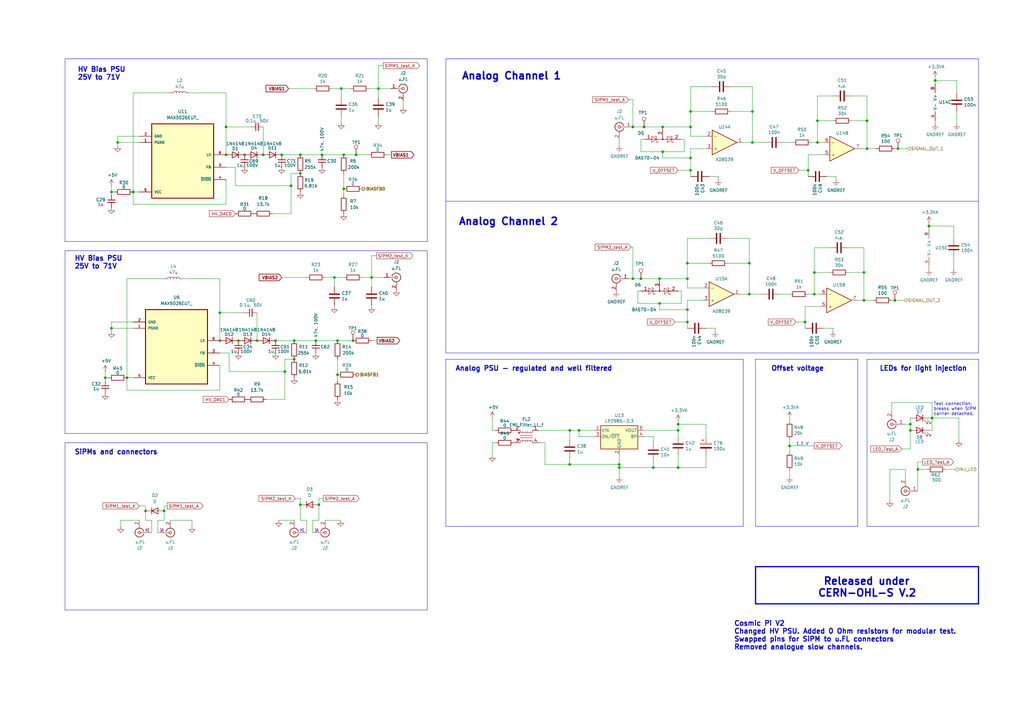
<source format=kicad_sch>
(kicad_sch (version 20230121) (generator eeschema)
  (paper "A3")
  (junction (at 54.61 78.74))
  (junction (at 281.94 127))
  (junction (at 307.34 107.95))
  (junction (at 116.84 152.4))
  (junction (at 146.05 63.5))
  (junction (at 271.78 62.23))
  (junction (at 262.89 114.3))
  (junction (at 281.94 107.95))
  (junction (at 152.4 113.792))
  (junction (at 271.78 52.07))
  (junction (at 367.03 123.19))
  (junction (at 130.81 207.01))
  (junction (at 355.6 49.53))
  (junction (at 283.21 69.85))
  (junction (at 123.19 71.12))
  (junction (at 97.79 139.7))
  (junction (at 368.3 60.96))
  (junction (at 138.43 139.7))
  (junction (at 107.95 63.5))
  (junction (at 373.38 176.53))
  (junction (at 155.194 36.322))
  (junction (at 383.54 33.02))
  (junction (at 354.33 111.76))
  (junction (at 120.65 147.32))
  (junction (at 59.69 209.55))
  (junction (at 254 191.77))
  (junction (at 308.61 58.42))
  (junction (at 278.13 173.99))
  (junction (at 90.17 139.7))
  (junction (at 139.954 36.322))
  (junction (at 105.41 139.7))
  (junction (at 115.57 63.5))
  (junction (at 354.33 123.19))
  (junction (at 283.21 52.07))
  (junction (at 137.16 113.792))
  (junction (at 45.72 134.62))
  (junction (at 382.27 171.45))
  (junction (at 283.21 45.72))
  (junction (at 278.13 191.77))
  (junction (at 307.34 120.65))
  (junction (at 45.72 78.74))
  (junction (at 129.54 139.7))
  (junction (at 144.78 139.7))
  (junction (at 123.19 207.01))
  (junction (at 52.07 154.94))
  (junction (at 376.428 192.532))
  (junction (at 283.21 64.77))
  (junction (at 132.08 63.5))
  (junction (at 278.13 176.53))
  (junction (at 334.01 111.76))
  (junction (at 233.68 176.53))
  (junction (at 381 92.71))
  (junction (at 334.01 120.65))
  (junction (at 331.47 69.85))
  (junction (at 335.28 49.53))
  (junction (at 90.17 128.27))
  (junction (at 270.51 124.46))
  (junction (at 281.94 132.08))
  (junction (at 92.71 52.07))
  (junction (at 259.588 114.3))
  (junction (at 92.71 63.5))
  (junction (at 281.94 114.3))
  (junction (at 233.68 190.5))
  (junction (at 138.43 153.67))
  (junction (at 48.26 58.42))
  (junction (at 67.31 209.55))
  (junction (at 140.97 63.5))
  (junction (at 123.19 63.5))
  (junction (at 355.6 60.96))
  (junction (at 270.51 114.3))
  (junction (at 335.28 58.42))
  (junction (at 373.38 173.99))
  (junction (at 119.38 76.2))
  (junction (at 120.65 139.7))
  (junction (at 308.61 45.72))
  (junction (at 100.33 63.5))
  (junction (at 323.85 182.88))
  (junction (at 140.97 77.47))
  (junction (at 113.03 139.7))
  (junction (at 43.18 154.94))
  (junction (at 254 190.5))
  (junction (at 267.97 191.77))
  (junction (at 237.49 176.53))
  (junction (at 259.588 52.07))
  (junction (at 264.16 52.07))
  (junction (at 330.2 132.08))
  (wire (pts (xy 257.81 114.3) (xy 259.588 114.3)))
  (wire (pts (xy 278.13 191.77) (xy 289.56 191.77)))
  (wire (pts (xy 123.19 204.47) (xy 123.19 207.01)))
  (wire (pts (xy 138.43 139.7) (xy 144.78 139.7)))
  (polyline (pts (xy 401.32 232.41) (xy 309.88 232.41)) (stroke (width 0.508) (type solid)))
  (wire (pts (xy 137.16 117.602) (xy 137.16 113.792)))
  (wire (pts (xy 223.52 181.61) (xy 223.52 190.5)))
  (wire (pts (xy 323.85 180.34) (xy 323.85 182.88)))
  (wire (pts (xy 139.954 40.132) (xy 139.954 36.322)))
  (wire (pts (xy 387.858 192.532) (xy 391.668 192.532)))
  (wire (pts (xy 45.72 76.2) (xy 45.72 78.74)))
  (wire (pts (xy 298.45 97.79) (xy 307.34 97.79)))
  (wire (pts (xy 152.4 113.792) (xy 152.4 117.602)))
  (wire (pts (xy 261.62 119.38) (xy 261.62 124.46)))
  (wire (pts (xy 281.94 132.08) (xy 281.94 134.62)))
  (wire (pts (xy 48.26 55.88) (xy 48.26 58.42)))
  (wire (pts (xy 140.97 71.12) (xy 140.97 77.47)))
  (wire (pts (xy 392.43 45.72) (xy 392.43 50.8)))
  (wire (pts (xy 381 171.45) (xy 382.27 171.45)))
  (wire (pts (xy 281.94 123.19) (xy 288.29 123.19)))
  (wire (pts (xy 259.08 52.07) (xy 259.588 52.07)))
  (wire (pts (xy 92.71 68.58) (xy 96.52 68.58)))
  (wire (pts (xy 279.4 124.46) (xy 279.4 119.38)))
  (wire (pts (xy 137.16 113.792) (xy 140.97 113.792)))
  (wire (pts (xy 267.97 189.23) (xy 267.97 191.77)))
  (wire (pts (xy 119.38 76.2) (xy 119.38 71.12)))
  (wire (pts (xy 334.01 111.76) (xy 340.36 111.76)))
  (wire (pts (xy 392.43 33.02) (xy 383.54 33.02)))
  (wire (pts (xy 115.57 63.5) (xy 123.19 63.5)))
  (wire (pts (xy 290.83 97.79) (xy 281.94 97.79)))
  (polyline (pts (xy 26.67 177.8) (xy 175.26 177.8)))
  (wire (pts (xy 281.94 127) (xy 281.94 123.19)))
  (wire (pts (xy 45.72 78.74) (xy 46.99 78.74)))
  (wire (pts (xy 158.75 63.5) (xy 160.528 63.5)))
  (wire (pts (xy 201.93 176.53) (xy 201.93 171.45)))
  (wire (pts (xy 270.51 127) (xy 281.94 127)))
  (wire (pts (xy 371.348 192.532) (xy 371.348 196.342)))
  (wire (pts (xy 243.84 176.53) (xy 237.49 176.53)))
  (wire (pts (xy 365.76 123.19) (xy 367.03 123.19)))
  (wire (pts (xy 347.98 111.76) (xy 354.33 111.76)))
  (wire (pts (xy 48.26 58.42) (xy 48.26 59.69)))
  (wire (pts (xy 382.27 176.53) (xy 382.27 171.45)))
  (wire (pts (xy 59.69 209.55) (xy 59.69 213.36)))
  (wire (pts (xy 43.18 152.4) (xy 43.18 154.94)))
  (wire (pts (xy 262.89 57.15) (xy 262.89 62.23)))
  (wire (pts (xy 155.194 47.752) (xy 155.194 50.292)))
  (wire (pts (xy 264.16 57.15) (xy 262.89 57.15)))
  (wire (pts (xy 254 191.77) (xy 254 195.58)))
  (wire (pts (xy 259.588 114.3) (xy 262.89 114.3)))
  (wire (pts (xy 90.17 160.02) (xy 90.17 149.86)))
  (polyline (pts (xy 401.32 147.32) (xy 355.6 147.32)))
  (wire (pts (xy 262.89 119.38) (xy 261.62 119.38)))
  (wire (pts (xy 128.524 36.322) (xy 118.364 36.322)))
  (wire (pts (xy 243.84 179.07) (xy 237.49 179.07)))
  (wire (pts (xy 376.428 201.422) (xy 376.428 192.532)))
  (wire (pts (xy 62.23 213.36) (xy 59.69 213.36)))
  (wire (pts (xy 299.72 35.56) (xy 308.61 35.56)))
  (wire (pts (xy 52.07 154.94) (xy 52.07 160.02)))
  (wire (pts (xy 138.43 153.67) (xy 138.43 156.21)))
  (polyline (pts (xy 26.67 99.06) (xy 175.26 99.06)))
  (wire (pts (xy 283.21 60.96) (xy 289.56 60.96)))
  (wire (pts (xy 90.17 144.78) (xy 93.98 144.78)))
  (wire (pts (xy 303.53 120.65) (xy 307.34 120.65)))
  (wire (pts (xy 68.58 207.518) (xy 67.31 207.518)))
  (wire (pts (xy 133.35 113.792) (xy 137.16 113.792)))
  (wire (pts (xy 116.84 152.4) (xy 116.84 147.32)))
  (wire (pts (xy 220.98 181.61) (xy 223.52 181.61)))
  (wire (pts (xy 308.61 45.72) (xy 299.72 45.72)))
  (wire (pts (xy 335.28 39.37) (xy 335.28 49.53)))
  (polyline (pts (xy 175.26 102.87) (xy 26.67 102.87)))
  (wire (pts (xy 125.73 113.792) (xy 115.57 113.792)))
  (polyline (pts (xy 175.26 99.06) (xy 175.26 24.13)))
  (wire (pts (xy 125.73 213.36) (xy 123.19 213.36)))
  (wire (pts (xy 264.16 176.53) (xy 278.13 176.53)))
  (wire (pts (xy 233.68 180.34) (xy 233.68 176.53)))
  (polyline (pts (xy 182.88 147.32) (xy 182.88 215.9)))
  (wire (pts (xy 139.954 36.322) (xy 143.764 36.322)))
  (wire (pts (xy 283.21 52.07) (xy 271.78 52.07)))
  (wire (pts (xy 341.63 39.37) (xy 335.28 39.37)))
  (wire (pts (xy 354.33 101.6) (xy 354.33 111.76)))
  (wire (pts (xy 278.13 69.85) (xy 283.21 69.85)))
  (wire (pts (xy 368.3 60.96) (xy 372.11 60.96)))
  (wire (pts (xy 294.64 72.39) (xy 294.64 73.66)))
  (wire (pts (xy 278.13 173.99) (xy 278.13 176.53)))
  (wire (pts (xy 281.94 107.95) (xy 281.94 114.3)))
  (polyline (pts (xy 351.79 215.9) (xy 351.79 147.32)))
  (wire (pts (xy 151.384 36.322) (xy 155.194 36.322)))
  (wire (pts (xy 121.158 204.47) (xy 123.19 204.47)))
  (wire (pts (xy 271.78 62.23) (xy 271.78 64.77)))
  (wire (pts (xy 49.53 213.36) (xy 49.53 215.9)))
  (wire (pts (xy 307.34 97.79) (xy 307.34 107.95)))
  (wire (pts (xy 391.16 92.71) (xy 391.16 97.79)))
  (wire (pts (xy 373.38 171.45) (xy 373.38 173.99)))
  (wire (pts (xy 392.43 33.02) (xy 392.43 38.1)))
  (wire (pts (xy 90.17 114.3) (xy 90.17 128.27)))
  (wire (pts (xy 119.38 87.63) (xy 119.38 76.2)))
  (polyline (pts (xy 182.88 82.55) (xy 401.32 82.55)))
  (wire (pts (xy 109.22 163.83) (xy 116.84 163.83)))
  (polyline (pts (xy 175.26 24.13) (xy 26.67 24.13)))
  (wire (pts (xy 152.4 125.222) (xy 152.4 125.73)))
  (wire (pts (xy 271.78 64.77) (xy 283.21 64.77)))
  (wire (pts (xy 74.93 114.3) (xy 90.17 114.3)))
  (wire (pts (xy 290.83 72.39) (xy 294.64 72.39)))
  (wire (pts (xy 107.95 52.07) (xy 107.95 63.5)))
  (wire (pts (xy 381 91.44) (xy 381 92.71)))
  (wire (pts (xy 52.07 160.02) (xy 90.17 160.02)))
  (wire (pts (xy 93.98 152.4) (xy 93.98 144.78)))
  (wire (pts (xy 155.194 26.924) (xy 157.226 26.924)))
  (wire (pts (xy 293.37 134.62) (xy 289.56 134.62)))
  (wire (pts (xy 54.61 78.74) (xy 54.61 38.1)))
  (wire (pts (xy 233.68 176.53) (xy 220.98 176.53)))
  (polyline (pts (xy 309.88 215.9) (xy 351.79 215.9)))
  (wire (pts (xy 54.61 134.62) (xy 45.72 134.62)))
  (wire (pts (xy 78.74 215.9) (xy 78.74 213.36)))
  (wire (pts (xy 148.59 113.792) (xy 152.4 113.792)))
  (wire (pts (xy 262.89 114.3) (xy 270.51 114.3)))
  (wire (pts (xy 355.6 39.37) (xy 355.6 49.53)))
  (wire (pts (xy 128.27 218.44) (xy 128.27 213.36)))
  (wire (pts (xy 341.63 135.89) (xy 341.63 134.62)))
  (wire (pts (xy 323.85 193.04) (xy 323.85 195.58)))
  (wire (pts (xy 262.89 62.23) (xy 271.78 62.23)))
  (wire (pts (xy 52.07 154.94) (xy 52.07 114.3)))
  (wire (pts (xy 382.27 165.1) (xy 382.27 171.45)))
  (polyline (pts (xy 26.67 181.61) (xy 26.67 250.19)))
  (wire (pts (xy 123.19 207.01) (xy 123.19 213.36)))
  (wire (pts (xy 57.15 207.518) (xy 59.69 207.518)))
  (wire (pts (xy 92.71 38.1) (xy 92.71 52.07)))
  (wire (pts (xy 281.94 118.11) (xy 281.94 114.3)))
  (wire (pts (xy 67.31 209.55) (xy 67.31 213.36)))
  (wire (pts (xy 57.15 213.36) (xy 49.53 213.36)))
  (wire (pts (xy 43.18 154.94) (xy 44.45 154.94)))
  (polyline (pts (xy 401.32 144.78) (xy 401.32 24.13)))
  (wire (pts (xy 323.85 182.88) (xy 323.85 185.42)))
  (wire (pts (xy 165.354 41.402) (xy 165.354 43.942)))
  (wire (pts (xy 155.194 36.322) (xy 155.194 40.132)))
  (wire (pts (xy 137.16 125.222) (xy 137.16 125.73)))
  (wire (pts (xy 133.35 213.36) (xy 139.7 213.36)))
  (wire (pts (xy 105.41 128.27) (xy 105.41 139.7)))
  (wire (pts (xy 339.09 72.39) (xy 342.9 72.39)))
  (wire (pts (xy 281.94 127) (xy 281.94 132.08)))
  (wire (pts (xy 111.76 87.63) (xy 119.38 87.63)))
  (polyline (pts (xy 304.8 215.9) (xy 304.8 147.32)))
  (wire (pts (xy 354.33 123.19) (xy 351.79 123.19)))
  (wire (pts (xy 92.71 83.82) (xy 92.71 73.66)))
  (wire (pts (xy 373.38 173.99) (xy 373.38 176.53)))
  (wire (pts (xy 43.18 154.94) (xy 43.18 156.21)))
  (wire (pts (xy 57.15 58.42) (xy 48.26 58.42)))
  (wire (pts (xy 90.17 128.27) (xy 100.33 128.27)))
  (wire (pts (xy 261.62 124.46) (xy 270.51 124.46)))
  (wire (pts (xy 335.28 58.42) (xy 335.28 49.53)))
  (wire (pts (xy 57.15 78.74) (xy 54.61 78.74)))
  (wire (pts (xy 57.15 55.88) (xy 48.26 55.88)))
  (wire (pts (xy 376.428 192.532) (xy 380.238 192.532)))
  (wire (pts (xy 237.49 176.53) (xy 233.68 176.53)))
  (wire (pts (xy 152.4 113.792) (xy 157.48 113.792)))
  (wire (pts (xy 96.52 76.2) (xy 119.38 76.2)))
  (wire (pts (xy 367.03 60.96) (xy 368.3 60.96)))
  (wire (pts (xy 114.3 213.36) (xy 120.65 213.36)))
  (wire (pts (xy 119.38 71.12) (xy 123.19 71.12)))
  (wire (pts (xy 271.78 62.23) (xy 280.67 62.23)))
  (wire (pts (xy 393.2936 180.594) (xy 393.2936 171.45)))
  (wire (pts (xy 391.16 105.41) (xy 391.16 110.49)))
  (wire (pts (xy 354.33 123.19) (xy 358.14 123.19)))
  (wire (pts (xy 331.47 63.5) (xy 331.47 69.85)))
  (wire (pts (xy 391.16 92.71) (xy 381 92.71)))
  (wire (pts (xy 331.47 120.65) (xy 334.01 120.65)))
  (wire (pts (xy 330.2 132.08) (xy 330.2 134.62)))
  (wire (pts (xy 283.21 45.72) (xy 283.21 52.07)))
  (polyline (pts (xy 175.26 181.61) (xy 26.67 181.61)))
  (wire (pts (xy 77.47 38.1) (xy 92.71 38.1)))
  (wire (pts (xy 281.94 114.3) (xy 270.51 114.3)))
  (wire (pts (xy 233.68 190.5) (xy 254 190.5)))
  (wire (pts (xy 54.61 78.74) (xy 54.61 83.82)))
  (wire (pts (xy 45.72 134.62) (xy 45.72 135.89)))
  (wire (pts (xy 130.81 207.01) (xy 130.81 213.36)))
  (polyline (pts (xy 351.79 147.32) (xy 309.88 147.32)))
  (wire (pts (xy 45.72 132.08) (xy 45.72 134.62)))
  (wire (pts (xy 320.04 120.65) (xy 323.85 120.65)))
  (wire (pts (xy 54.61 154.94) (xy 52.07 154.94)))
  (wire (pts (xy 337.82 63.5) (xy 331.47 63.5)))
  (wire (pts (xy 354.33 111.76) (xy 354.33 123.19)))
  (wire (pts (xy 201.93 181.61) (xy 201.93 186.69)))
  (wire (pts (xy 307.34 120.65) (xy 307.34 107.95)))
  (polyline (pts (xy 175.26 250.19) (xy 175.26 181.61)))
  (wire (pts (xy 289.56 55.88) (xy 283.21 55.88)))
  (wire (pts (xy 62.23 218.44) (xy 62.23 213.36)))
  (wire (pts (xy 123.19 63.5) (xy 132.08 63.5)))
  (wire (pts (xy 138.43 147.32) (xy 138.43 153.67)))
  (wire (pts (xy 278.13 191.77) (xy 278.13 186.69)))
  (wire (pts (xy 307.34 107.95) (xy 298.45 107.95)))
  (wire (pts (xy 96.52 76.2) (xy 96.52 68.58)))
  (wire (pts (xy 330.2 125.73) (xy 330.2 132.08)))
  (wire (pts (xy 116.84 163.83) (xy 116.84 152.4)))
  (wire (pts (xy 270.51 124.46) (xy 279.4 124.46)))
  (wire (pts (xy 152.4 139.7) (xy 154.686 139.7)))
  (polyline (pts (xy 309.88 232.41) (xy 309.88 247.65)) (stroke (width 0.508) (type solid)))
  (wire (pts (xy 264.16 179.07) (xy 267.97 179.07)))
  (wire (pts (xy 378.46 189.484) (xy 376.428 189.484)))
  (wire (pts (xy 254 190.5) (xy 254 186.69)))
  (wire (pts (xy 259.588 40.894) (xy 259.588 52.07)))
  (wire (pts (xy 292.1 35.56) (xy 283.21 35.56)))
  (wire (pts (xy 283.21 69.85) (xy 283.21 72.39)))
  (wire (pts (xy 154.432 104.902) (xy 152.4 104.902)))
  (wire (pts (xy 355.6 60.96) (xy 353.06 60.96)))
  (wire (pts (xy 67.31 213.36) (xy 64.77 213.36)))
  (wire (pts (xy 381 92.71) (xy 381 93.98)))
  (wire (pts (xy 90.17 128.27) (xy 90.17 139.7)))
  (wire (pts (xy 381 176.53) (xy 382.27 176.53)))
  (wire (pts (xy 267.97 191.77) (xy 278.13 191.77)))
  (wire (pts (xy 370.84 173.99) (xy 373.38 173.99)))
  (polyline (pts (xy 401.32 215.9) (xy 401.32 147.32)))
  (wire (pts (xy 280.67 57.15) (xy 279.4 57.15)))
  (wire (pts (xy 116.84 147.32) (xy 120.65 147.32)))
  (wire (pts (xy 52.07 114.3) (xy 67.31 114.3)))
  (wire (pts (xy 278.13 176.53) (xy 278.13 179.07)))
  (wire (pts (xy 281.94 97.79) (xy 281.94 107.95)))
  (wire (pts (xy 290.83 107.95) (xy 281.94 107.95)))
  (wire (pts (xy 382.27 171.45) (xy 393.2936 171.45)))
  (wire (pts (xy 267.97 179.07) (xy 267.97 181.61)))
  (wire (pts (xy 132.08 63.5) (xy 140.97 63.5)))
  (wire (pts (xy 64.77 213.36) (xy 64.77 218.44)))
  (polyline (pts (xy 304.8 147.32) (xy 182.88 147.32)))
  (wire (pts (xy 376.428 189.484) (xy 376.428 192.532)))
  (wire (pts (xy 139.954 47.752) (xy 139.954 50.292)))
  (wire (pts (xy 259.588 101.346) (xy 259.588 114.3)))
  (polyline (pts (xy 175.26 177.8) (xy 175.26 102.87)))
  (wire (pts (xy 278.13 172.72) (xy 278.13 173.99)))
  (wire (pts (xy 264.16 52.07) (xy 271.78 52.07)))
  (polyline (pts (xy 355.6 147.32) (xy 355.6 215.9)))
  (polyline (pts (xy 26.67 250.19) (xy 175.26 250.19)))
  (wire (pts (xy 308.61 58.42) (xy 308.61 45.72)))
  (wire (pts (xy 125.73 218.44) (xy 125.73 213.36)))
  (wire (pts (xy 327.66 69.85) (xy 331.47 69.85)))
  (wire (pts (xy 270.51 124.46) (xy 270.51 127)))
  (wire (pts (xy 383.54 50.8) (xy 383.54 49.53)))
  (wire (pts (xy 130.81 204.47) (xy 130.81 207.01)))
  (wire (pts (xy 334.01 101.6) (xy 334.01 111.76)))
  (wire (pts (xy 332.74 58.42) (xy 335.28 58.42)))
  (wire (pts (xy 136.144 36.322) (xy 139.954 36.322)))
  (wire (pts (xy 367.03 123.19) (xy 370.84 123.19)))
  (wire (pts (xy 383.54 33.02) (xy 383.54 34.29)))
  (wire (pts (xy 355.6 60.96) (xy 359.41 60.96)))
  (wire (pts (xy 278.13 173.99) (xy 289.56 173.99)))
  (wire (pts (xy 67.31 207.518) (xy 67.31 209.55)))
  (wire (pts (xy 54.61 38.1) (xy 69.85 38.1)))
  (polyline (pts (xy 401.32 247.65) (xy 401.32 232.41)) (stroke (width 0.508) (type solid)))
  (wire (pts (xy 341.63 134.62) (xy 337.82 134.62)))
  (wire (pts (xy 283.21 35.56) (xy 283.21 45.72)))
  (wire (pts (xy 334.01 182.88) (xy 323.85 182.88)))
  (polyline (pts (xy 182.88 144.78) (xy 401.32 144.78)))
  (polyline (pts (xy 355.6 215.9) (xy 401.32 215.9)))
  (polyline (pts (xy 309.88 147.32) (xy 309.88 215.9)))
  (wire (pts (xy 365.76 165.1) (xy 365.76 168.91)))
  (wire (pts (xy 258.826 101.346) (xy 259.588 101.346)))
  (wire (pts (xy 92.71 52.07) (xy 102.87 52.07)))
  (wire (pts (xy 323.85 172.72) (xy 323.85 171.45)))
  (wire (pts (xy 113.03 139.7) (xy 120.65 139.7)))
  (wire (pts (xy 340.36 101.6) (xy 334.01 101.6)))
  (wire (pts (xy 331.47 69.85) (xy 331.47 72.39)))
  (wire (pts (xy 371.348 192.532) (xy 364.998 192.532)))
  (wire (pts (xy 292.1 45.72) (xy 283.21 45.72)))
  (wire (pts (xy 54.61 132.08) (xy 45.72 132.08)))
  (wire (pts (xy 233.68 187.96) (xy 233.68 190.5)))
  (wire (pts (xy 293.37 135.89) (xy 293.37 134.62)))
  (wire (pts (xy 336.55 125.73) (xy 330.2 125.73)))
  (wire (pts (xy 383.54 31.75) (xy 383.54 33.02)))
  (wire (pts (xy 201.93 176.53) (xy 203.2 176.53)))
  (wire (pts (xy 283.21 64.77) (xy 283.21 69.85)))
  (wire (pts (xy 69.85 213.36) (xy 78.74 213.36)))
  (wire (pts (xy 381 110.49) (xy 381 109.22)))
  (wire (pts (xy 93.98 152.4) (xy 116.84 152.4)))
  (wire (pts (xy 349.25 39.37) (xy 355.6 39.37)))
  (wire (pts (xy 155.194 36.322) (xy 155.194 26.924)))
  (wire (pts (xy 279.4 119.38) (xy 278.13 119.38)))
  (wire (pts (xy 129.54 139.7) (xy 138.43 139.7)))
  (wire (pts (xy 347.98 101.6) (xy 354.33 101.6)))
  (polyline (pts (xy 26.67 24.13) (xy 26.67 99.06)))
  (wire (pts (xy 237.49 179.07) (xy 237.49 176.53)))
  (wire (pts (xy 151.13 63.5) (xy 146.05 63.5)))
  (wire (pts (xy 45.72 78.74) (xy 45.72 80.01)))
  (wire (pts (xy 276.86 132.08) (xy 281.94 132.08)))
  (wire (pts (xy 334.01 120.65) (xy 336.55 120.65)))
  (wire (pts (xy 140.97 77.47) (xy 140.97 80.01)))
  (wire (pts (xy 155.194 36.322) (xy 160.274 36.322)))
  (wire (pts (xy 257.81 40.894) (xy 259.588 40.894)))
  (wire (pts (xy 355.6 49.53) (xy 355.6 60.96)))
  (wire (pts (xy 373.38 176.53) (xy 373.38 184.15)))
  (wire (pts (xy 369.824 184.15) (xy 373.38 184.15)))
  (wire (pts (xy 321.31 58.42) (xy 325.12 58.42)))
  (wire (pts (xy 349.25 49.53) (xy 355.6 49.53)))
  (wire (pts (xy 59.69 207.518) (xy 59.69 209.55)))
  (wire (pts (xy 289.56 173.99) (xy 289.56 179.07)))
  (wire (pts (xy 364.998 192.532) (xy 364.998 205.232)))
  (wire (pts (xy 254 191.77) (xy 267.97 191.77)))
  (polyline (pts (xy 309.88 247.65) (xy 401.32 247.65)) (stroke (width 0.508) (type solid)))
  (wire (pts (xy 92.71 52.07) (xy 92.71 63.5)))
  (wire (pts (xy 280.67 62.23) (xy 280.67 57.15)))
  (wire (pts (xy 382.27 165.1) (xy 365.76 165.1)))
  (wire (pts (xy 132.588 204.47) (xy 130.81 204.47)))
  (wire (pts (xy 304.8 58.42) (xy 308.61 58.42)))
  (wire (pts (xy 334.01 120.65) (xy 334.01 111.76)))
  (wire (pts (xy 335.28 58.42) (xy 337.82 58.42)))
  (wire (pts (xy 308.61 35.56) (xy 308.61 45.72)))
  (wire (pts (xy 120.65 139.7) (xy 129.54 139.7)))
  (polyline (pts (xy 26.67 102.87) (xy 26.67 177.8)))
  (wire (pts (xy 289.56 191.77) (xy 289.56 186.69)))
  (wire (pts (xy 342.9 72.39) (xy 342.9 73.66)))
  (polyline (pts (xy 182.88 215.9) (xy 304.8 215.9)))
  (wire (pts (xy 254 57.15) (xy 254 59.69)))
  (wire (pts (xy 140.97 63.5) (xy 146.05 63.5)))
  (wire (pts (xy 259.588 52.07) (xy 264.16 52.07)))
  (polyline (pts (xy 401.32 24.13) (xy 182.88 24.13)))
  (wire (pts (xy 54.61 83.82) (xy 92.71 83.82)))
  (wire (pts (xy 201.93 181.61) (xy 203.2 181.61)))
  (polyline (pts (xy 182.88 24.13) (xy 182.88 144.78)))
  (wire (pts (xy 313.69 58.42) (xy 308.61 58.42)))
  (wire (pts (xy 326.39 132.08) (xy 330.2 132.08)))
  (wire (pts (xy 152.4 104.902) (xy 152.4 113.792)))
  (wire (pts (xy 223.52 190.5) (xy 233.68 190.5)))
  (wire (pts (xy 283.21 55.88) (xy 283.21 52.07)))
  (wire (pts (xy 312.42 120.65) (xy 307.34 120.65)))
  (wire (pts (xy 335.28 49.53) (xy 341.63 49.53)))
  (wire (pts (xy 254 190.5) (xy 254 191.77)))
  (wire (pts (xy 288.29 118.11) (xy 281.94 118.11)))
  (wire (pts (xy 283.21 64.77) (xy 283.21 60.96)))
  (wire (pts (xy 128.27 213.36) (xy 130.81 213.36)))
  (text "Test connection,\nbreaks when SiPM\ncarrier detached. " (at 382.8796 170.5864 0) (effects (font (size 1.27 1.27)) (justify left bottom)))
  (text " Released under\nCERN-OHL-S V.2" (at 335.28 245.11 0) (effects (font (size 2.9972 2.9972) (thickness 0.5994) bold) (justify left bottom)))
  (text "1.1 V" (at 326.39 182.88 0) (effects (font (size 1.27 1.27) italic) (justify left bottom)))
  (text "A" (at 130.81 218.44 0) (effects (font (size 1.27 1.27)) (justify right bottom)))
  (text "HV Bias PSU\n25V to 71V" (at 30.48 110.49 0) (effects (font (size 2.0066 2.0066) (thickness 0.4013) bold) (justify left bottom)))
  (text "Offset voltage" (at 316.23 152.4 0) (effects (font (size 2.0066 2.0066) (thickness 0.4013) bold) (justify left bottom)))
  (text "HV Bias PSU\n25V to 71V" (at 31.75 33.02 0) (effects (font (size 2.0066 2.0066) (thickness 0.4013) bold) (justify left bottom)))
  (text "K" (at 124.46 218.44 0) (effects (font (size 1.27 1.27)) (justify right bottom)))
  (text "LEDs for light injection" (at 360.68 152.4 0) (effects (font (size 2.0066 2.0066) (thickness 0.4013) bold) (justify left bottom)))
  (text "Analog PSU - regulated and well filtered" (at 186.69 152.4 0) (effects (font (size 2.0066 2.0066) (thickness 0.4013) bold) (justify left bottom)))
  (text "Cosmic Pi V2 \nChanged HV PSU. Added 0 Ohm resistors for modular test.\nSwapped pins for SiPM to u.FL connectors\nRemoved analogue slow channels. " (at 300.99 266.7 0) (effects (font (size 2.0066 2.0066) (thickness 0.4013) bold) (justify left bottom)))
  (text "Analog Channel 1" (at 189.23 33.02 0) (effects (font (size 2.9972 2.9972) (thickness 0.5994) bold) (justify left bottom)))
  (text "K" (at 60.96 218.44 0) (effects (font (size 1.27 1.27)) (justify right bottom)))
  (text "SiPMs and connectors" (at 30.48 186.69 0) (effects (font (size 2.0066 2.0066) (thickness 0.4013) bold) (justify left bottom)))
  (text "A" (at 67.31 218.44 0) (effects (font (size 1.27 1.27)) (justify right bottom)))
  (text "Analog Channel 2" (at 187.96 92.71 0) (effects (font (size 2.9972 2.9972) (thickness 0.5994) bold) (justify left bottom)))
  (global_label "SiPM1_test_K" (shape input) (at 57.15 207.518 180) (property "Intersheetrefs" "${INTERSHEET_REFS}" (effects hide)))
  (global_label "VBIAS1" (shape output) (at 160.528 63.5 0) (effects (font (thickness 0.254) bold)) (property "Intersheetrefs" "${INTERSHEET_REFS}" (effects hide)))
  (global_label "V_OFFSET" (shape input) (at 278.13 69.85 180) (property "Intersheetrefs" "${INTERSHEET_REFS}" (effects hide)))
  (global_label "HV_DAC0" (shape input) (at 96.52 87.63 180) (property "Intersheetrefs" "${INTERSHEET_REFS}" (effects hide)))
  (global_label "VBIAS2" (shape output) (at 154.686 139.7 0) (effects (font (thickness 0.254) bold)) (property "Intersheetrefs" "${INTERSHEET_REFS}" (effects hide)))
  (global_label "SiPM1_test_A" (shape output) (at 68.58 207.518 0) (property "Intersheetrefs" "${INTERSHEET_REFS}" (effects hide)))
  (global_label "SiPM2_test_A" (shape input) (at 258.826 101.346 180) (property "Intersheetrefs" "${INTERSHEET_REFS}" (effects hide)))
  (global_label "V_OFFSET" (shape output) (at 334.01 182.88 0) (property "Intersheetrefs" "${INTERSHEET_REFS}" (effects hide)))
  (global_label "LED_Test_A" (shape input) (at 369.824 184.15 180) (property "Intersheetrefs" "${INTERSHEET_REFS}" (effects hide)))
  (global_label "VBIAS1" (shape input) (at 118.364 36.322 180) (effects (font (thickness 0.254) bold)) (property "Intersheetrefs" "${INTERSHEET_REFS}" (effects hide)))
  (global_label "V_OFFSET" (shape input) (at 276.86 132.08 180) (property "Intersheetrefs" "${INTERSHEET_REFS}" (effects hide)))
  (global_label "SiPM2_test_K" (shape output) (at 154.432 104.902 0) (property "Intersheetrefs" "${INTERSHEET_REFS}" (effects hide)))
  (global_label "HV_DAC1" (shape input) (at 93.98 163.83 180) (property "Intersheetrefs" "${INTERSHEET_REFS}" (effects hide)))
  (global_label "V_OFFSET" (shape input) (at 327.66 69.85 180) (property "Intersheetrefs" "${INTERSHEET_REFS}" (effects hide)))
  (global_label "LED_Test_A" (shape output) (at 378.46 189.484 0) (property "Intersheetrefs" "${INTERSHEET_REFS}" (effects hide)))
  (global_label "SiPM1_test_K" (shape output) (at 157.226 26.924 0) (property "Intersheetrefs" "${INTERSHEET_REFS}" (effects hide)))
  (global_label "SiPM1_test_A" (shape input) (at 257.81 40.894 180) (property "Intersheetrefs" "${INTERSHEET_REFS}" (effects hide)))
  (global_label "V_OFFSET" (shape input) (at 326.39 132.08 180) (property "Intersheetrefs" "${INTERSHEET_REFS}" (effects hide)))
  (global_label "SiPM2_test_K" (shape input) (at 121.158 204.47 180) (property "Intersheetrefs" "${INTERSHEET_REFS}" (effects hide)))
  (global_label "SiPM2_test_A" (shape output) (at 132.588 204.47 0) (property "Intersheetrefs" "${INTERSHEET_REFS}" (effects hide)))
  (global_label "VBIAS2" (shape input) (at 115.57 113.792 180) (effects (font (thickness 0.254) bold)) (property "Intersheetrefs" "${INTERSHEET_REFS}" (effects hide)))
  (hierarchical_label "SIGNAL_OUT_2" (shape input) (at 370.84 123.19 0))
  (hierarchical_label "SIGNAL_OUT_1" (shape input) (at 372.11 60.96 0))
  (hierarchical_label "INJ_LED" (shape input) (at 391.668 192.532 0))
  (hierarchical_label "BIASFB0" (shape output) (at 148.59 77.47 0) (effects (font (thickness 0.254) bold)))
  (hierarchical_label "BIASFB1" (shape output) (at 146.05 153.67 0) (effects (font (thickness 0.254) bold)))
  (symbol (lib_id "Device:R") (at 295.91 45.72 90) (unit 1)
    (property "Reference" "R46" (at 295.91 40.4622 90))
    (property "Value" "5100" (at 295.91 42.7736 90))
    (property "Footprint" "Resistor_SMD:R_0603_1608Metric" (effects hide))
    (instances (project "cosmicpi2beta" (path "" (reference "R46") (unit 1)) (path "" (reference "R?") (unit 1))))
  )
  (symbol (lib_id "Diode:BAS40-04") (at 271.78 54.61 0) (mirror x) (unit 1)
    (property "Reference" "D5" (at 262.89 54.61 0))
    (property "Value" "BAS70-04" (at 265.43 64.77 0))
    (property "Footprint" "Package_TO_SOT_SMD:SOT-23" (effects hide))
    (property "Datasheet" "http://www.vishay.com/docs/85701/bas40v.pdf" (effects hide))
    (instances (project "cosmicpi2beta" (path "" (reference "D5") (unit 1)) (path "" (reference "D?") (unit 1))))
  )
  (symbol (lib_id "Device:R") (at 328.93 58.42 90) (unit 1)
    (property "Reference" "R50" (at 328.93 53.1622 90))
    (property "Value" "1k" (at 328.93 55.4736 90))
    (property "Footprint" "Resistor_SMD:R_0603_1608Metric" (effects hide))
    (instances (project "cosmicpi2beta" (path "" (reference "R50") (unit 1)) (path "" (reference "R?") (unit 1))))
  )
  (symbol (lib_id "Device:C") (at 317.5 58.42 270) (unit 1)
    (property "Reference" "C47" (at 317.5 52.0192 90))
    (property "Value" "100n" (at 317.5 54.3306 90))
    (property "Footprint" "Capacitor_SMD:C_0805_2012Metric" (effects hide))
    (instances (project "cosmicpi2beta" (path "" (reference "C47") (unit 1)) (path "" (reference "C?") (unit 1))))
  )
  (symbol (lib_id "Device:R") (at 345.44 49.53 90) (unit 1)
    (property "Reference" "R52" (at 345.44 44.2722 90))
    (property "Value" "30k" (at 345.44 46.5836 90))
    (property "Footprint" "Resistor_SMD:R_0603_1608Metric" (effects hide))
    (instances (project "cosmicpi2beta" (path "" (reference "R52") (unit 1)) (path "" (reference "R?") (unit 1))))
  )
  (symbol (lib_id "Device:C") (at 295.91 35.56 270) (unit 1)
    (property "Reference" "C45" (at 295.91 29.1592 90))
    (property "Value" "30p" (at 295.91 31.4706 90))
    (property "Footprint" "Capacitor_SMD:C_0603_1608Metric" (effects hide))
    (instances (project "cosmicpi2beta" (path "" (reference "C45") (unit 1)) (path "" (reference "C?") (unit 1))))
  )
  (symbol (lib_id "Device:C") (at 345.44 39.37 270) (unit 1)
    (property "Reference" "C51" (at 345.44 32.9692 90))
    (property "Value" "n.a." (at 345.44 35.2806 90))
    (property "Footprint" "Capacitor_SMD:C_1206_3216Metric" (effects hide))
    (instances (project "cosmicpi2beta" (path "" (reference "C51") (unit 1)) (path "" (reference "C?") (unit 1))))
  )
  (symbol (lib_id "Device:C") (at 287.02 72.39 270) (unit 1)
    (property "Reference" "C43" (at 288.1884 75.311 0) (effects (justify left)))
    (property "Value" "100n" (at 285.877 75.311 0) (effects (justify left)))
    (property "Footprint" "Capacitor_SMD:C_0603_1608Metric" (effects hide))
    (instances (project "cosmicpi2beta" (path "" (reference "C43") (unit 1)) (path "" (reference "C?") (unit 1))))
  )
  (symbol (lib_id "Device:C") (at 335.28 72.39 270) (unit 1)
    (property "Reference" "C49" (at 336.4484 75.311 0) (effects (justify left)))
    (property "Value" "100n" (at 334.137 75.311 0) (effects (justify left)))
    (property "Footprint" "Capacitor_SMD:C_0603_1608Metric" (effects hide))
    (instances (project "cosmicpi2beta" (path "" (reference "C49") (unit 1)) (path "" (reference "C?") (unit 1))))
  )
  (symbol (lib_id "power:GNDREF") (at 342.9 73.66 0) (unit 1)
    (property "Reference" "#PWR0109" (effects hide))
    (property "Value" "GNDREF" (at 343.027 78.0542 0))
    (instances (project "cosmicpi2beta" (path "" (reference "#PWR0109") (unit 1)) (path "" (reference "#PWR?") (unit 1))))
  )
  (symbol (lib_id "power:GNDREF") (at 294.64 73.66 0) (unit 1)
    (property "Reference" "#PWR0105" (effects hide))
    (property "Value" "GNDREF" (at 294.767 78.0542 0))
    (instances (project "cosmicpi2beta" (path "" (reference "#PWR0105") (unit 1)) (path "" (reference "#PWR?") (unit 1))))
  )
  (symbol (lib_id "Device:R") (at 363.22 60.96 90) (unit 1)
    (property "Reference" "R54" (at 363.22 55.7022 90))
    (property "Value" "100" (at 363.22 58.0136 90))
    (property "Footprint" "Resistor_SMD:R_0603_1608Metric" (effects hide))
    (instances (project "cosmicpi2beta" (path "" (reference "R54") (unit 1)) (path "" (reference "R?") (unit 1))))
  )
  (symbol (lib_id "Regulator_Linear:LP2985-3.3") (at 254 179.07 0) (unit 1)
    (property "Reference" "U13" (at 254 170.3832 0))
    (property "Value" "LP2985-3.3" (at 254 172.6946 0))
    (property "Footprint" "Package_TO_SOT_SMD:SOT-23-5" (effects hide))
    (property "Datasheet" "http://www.ti.com/lit/ds/symlink/lp2985.pdf" (effects hide))
    (instances (project "cosmicpi2beta" (path "" (reference "U13") (unit 1)) (path "" (reference "U?") (unit 1))))
  )
  (symbol (lib_id "power:+5V") (at 201.93 171.45 0) (unit 1)
    (property "Reference" "#PWR088" (effects hide))
    (property "Value" "+5V" (at 202.311 167.0558 0))
    (instances (project "cosmicpi2beta" (path "" (reference "#PWR088") (unit 1)) (path "" (reference "#PWR?") (unit 1))))
  )
  (symbol (lib_id "power:GND") (at 201.93 186.69 0) (unit 1)
    (property "Reference" "#PWR089" (effects hide))
    (property "Value" "GND" (effects hide))
    (instances (project "cosmicpi2beta" (path "" (reference "#PWR089") (unit 1)) (path "" (reference "#PWR?") (unit 1))))
  )
  (symbol (lib_id "power:GNDREF") (at 254 195.58 0) (unit 1)
    (property "Reference" "#PWR0100" (effects hide))
    (property "Value" "GNDREF" (at 254.127 199.9742 0))
    (instances (project "cosmicpi2beta" (path "" (reference "#PWR0100") (unit 1)) (path "" (reference "#PWR?") (unit 1))))
  )
  (symbol (lib_id "Device:C") (at 392.43 41.91 0) (unit 1)
    (property "Reference" "C53" (at 395.351 40.7416 0) (effects (justify left)))
    (property "Value" "100n" (at 395.351 43.053 0) (effects (justify left)))
    (property "Footprint" "Capacitor_SMD:C_0603_1608Metric" (effects hide))
    (instances (project "cosmicpi2beta" (path "" (reference "C53") (unit 1)) (path "" (reference "C?") (unit 1))))
  )
  (symbol (lib_id "power:GNDREF") (at 383.54 50.8 0) (unit 1)
    (property "Reference" "#PWR0114" (effects hide))
    (property "Value" "GNDREF" (at 383.667 55.1942 0))
    (instances (project "cosmicpi2beta" (path "" (reference "#PWR0114") (unit 1)) (path "" (reference "#PWR?") (unit 1))))
  )
  (symbol (lib_id "power:GNDREF") (at 392.43 50.8 0) (unit 1)
    (property "Reference" "#PWR0116" (effects hide))
    (property "Value" "GNDREF" (at 392.557 55.1942 0))
    (instances (project "cosmicpi2beta" (path "" (reference "#PWR0116") (unit 1)) (path "" (reference "#PWR?") (unit 1))))
  )
  (symbol (lib_id "cosmicpi_1.8-rescue:Opamp_Dual_Generic-Device") (at 383.54 101.6 0) (unit 3)
    (property "Reference" "U15" (at 383.54 101.6 0) (effects (justify left)))
    (property "Value" "AD8039" (effects hide))
    (property "Footprint" "Package_SO:SOIC-8_3.9x4.9mm_P1.27mm" (effects hide))
    (instances (project "cosmicpi2beta" (path "" (reference "U15") (unit 3)) (path "" (reference "U?") (unit 3))))
  )
  (symbol (lib_id "Device:C") (at 391.16 101.6 0) (unit 1)
    (property "Reference" "C54" (at 394.081 100.4316 0) (effects (justify left)))
    (property "Value" "100n" (at 394.081 102.743 0) (effects (justify left)))
    (property "Footprint" "Capacitor_SMD:C_0603_1608Metric" (effects hide))
    (instances (project "cosmicpi2beta" (path "" (reference "C54") (unit 1)) (path "" (reference "C?") (unit 1))))
  )
  (symbol (lib_id "power:GNDREF") (at 381 110.49 0) (unit 1)
    (property "Reference" "#PWR0112" (effects hide))
    (property "Value" "GNDREF" (at 381.127 114.8842 0))
    (instances (project "cosmicpi2beta" (path "" (reference "#PWR0112") (unit 1)) (path "" (reference "#PWR?") (unit 1))))
  )
  (symbol (lib_id "power:GNDREF") (at 391.16 110.49 0) (unit 1)
    (property "Reference" "#PWR0115" (effects hide))
    (property "Value" "GNDREF" (at 391.287 114.8842 0))
    (instances (project "cosmicpi2beta" (path "" (reference "#PWR0115") (unit 1)) (path "" (reference "#PWR?") (unit 1))))
  )
  (symbol (lib_id "Device:R") (at 323.85 176.53 0) (unit 1)
    (property "Reference" "R48" (at 325.628 175.3616 0) (effects (justify left)))
    (property "Value" "20k" (at 325.628 177.673 0) (effects (justify left)))
    (property "Footprint" "Resistor_SMD:R_0603_1608Metric" (effects hide))
    (instances (project "cosmicpi2beta" (path "" (reference "R48") (unit 1)) (path "" (reference "R?") (unit 1))))
  )
  (symbol (lib_id "Device:R") (at 323.85 189.23 0) (unit 1)
    (property "Reference" "R49" (at 325.628 188.0616 0) (effects (justify left)))
    (property "Value" "10k" (at 325.628 190.373 0) (effects (justify left)))
    (property "Footprint" "Resistor_SMD:R_0603_1608Metric" (effects hide))
    (instances (project "cosmicpi2beta" (path "" (reference "R49") (unit 1)) (path "" (reference "R?") (unit 1))))
  )
  (symbol (lib_id "power:GNDREF") (at 323.85 195.58 0) (unit 1)
    (property "Reference" "#PWR0107" (effects hide))
    (property "Value" "GNDREF" (at 323.977 199.9742 0))
    (instances (project "cosmicpi2beta" (path "" (reference "#PWR0107") (unit 1)) (path "" (reference "#PWR?") (unit 1))))
  )
  (symbol (lib_id "cosmicpi_1.8-rescue:Opamp_Dual_Generic-Device") (at 297.18 58.42 0) (mirror x) (unit 1)
    (property "Reference" "U14" (at 297.18 52.07 0))
    (property "Value" "AD8039" (at 297.18 65.4304 0))
    (property "Footprint" "Package_SO:SOIC-8_3.9x4.9mm_P1.27mm" (effects hide))
    (instances (project "cosmicpi2beta" (path "" (reference "U14") (unit 1)) (path "" (reference "U?") (unit 2))))
  )
  (symbol (lib_id "cosmicpi_1.8-rescue:Opamp_Dual_Generic-Device") (at 345.44 60.96 0) (mirror x) (unit 2)
    (property "Reference" "U14" (at 345.44 54.61 0))
    (property "Value" "AD8039" (effects hide))
    (property "Footprint" "Package_SO:SOIC-8_3.9x4.9mm_P1.27mm" (effects hide))
    (instances (project "cosmicpi2beta" (path "" (reference "U14") (unit 2)) (path "" (reference "U?") (unit 1))))
  )
  (symbol (lib_id "cosmicpi_1.8-rescue:Opamp_Dual_Generic-Device") (at 386.08 41.91 0) (unit 3)
    (property "Reference" "U14" (at 385.0132 41.91 0) (effects (justify left)))
    (property "Value" "AD8039" (effects hide))
    (property "Footprint" "Package_SO:SOIC-8_3.9x4.9mm_P1.27mm" (effects hide))
    (instances (project "cosmicpi2beta" (path "" (reference "U14") (unit 3)) (path "" (reference "U?") (unit 3))))
  )
  (symbol (lib_id "CosmicPi:EMI_Filter_LL_f") (at 215.9 179.07 0) (unit 1)
    (property "Reference" "FL2" (at 215.9 171.9326 0))
    (property "Value" "EMI_Filter_LL_f" (at 215.9 174.244 0))
    (property "Footprint" "744232090:IND_744232090" (effects hide))
  )
  (symbol (lib_id "cosmicpi_1.8-rescue:Opamp_Dual_Generic-Device") (at 344.17 123.19 0) (mirror x) (unit 2)
    (property "Reference" "U15" (at 344.17 116.84 0))
    (property "Value" "AD8039" (effects hide))
    (property "Footprint" "Package_SO:SOIC-8_3.9x4.9mm_P1.27mm" (effects hide))
    (instances (project "cosmicpi2beta" (path "" (reference "U15") (unit 2)) (path "" (reference "U?") (unit 1))))
  )
  (symbol (lib_id "cosmicpi_1.8-rescue:Opamp_Dual_Generic-Device") (at 295.91 120.65 0) (mirror x) (unit 1)
    (property "Reference" "U15" (at 295.91 114.3 0))
    (property "Value" "AD8039" (at 295.91 127.6604 0))
    (property "Footprint" "Package_SO:SOIC-8_3.9x4.9mm_P1.27mm" (effects hide))
    (instances (project "cosmicpi2beta" (path "" (reference "U15") (unit 1)) (path "" (reference "U?") (unit 2))))
  )
  (symbol (lib_id "Device:R") (at 294.64 107.95 90) (unit 1)
    (property "Reference" "R47" (at 294.64 102.6922 90))
    (property "Value" "5100" (at 294.64 105.0036 90))
    (property "Footprint" "Resistor_SMD:R_0603_1608Metric" (effects hide))
    (instances (project "cosmicpi2beta" (path "" (reference "R47") (unit 1)) (path "" (reference "R?") (unit 1))))
  )
  (symbol (lib_id "Diode:BAS40-04") (at 270.51 116.84 0) (mirror x) (unit 1)
    (property "Reference" "D6" (at 261.62 116.84 0))
    (property "Value" "BAS70-04" (at 264.16 127 0))
    (property "Footprint" "Package_TO_SOT_SMD:SOT-23" (effects hide))
    (property "Datasheet" "http://www.vishay.com/docs/85701/bas40v.pdf" (effects hide))
    (instances (project "cosmicpi2beta" (path "" (reference "D6") (unit 1)) (path "" (reference "D?") (unit 1))))
  )
  (symbol (lib_id "Device:R") (at 327.66 120.65 90) (unit 1)
    (property "Reference" "R51" (at 327.66 115.3922 90))
    (property "Value" "1k" (at 327.66 117.7036 90))
    (property "Footprint" "Resistor_SMD:R_0603_1608Metric" (effects hide))
    (instances (project "cosmicpi2beta" (path "" (reference "R51") (unit 1)) (path "" (reference "R?") (unit 1))))
  )
  (symbol (lib_id "Device:C") (at 316.23 120.65 270) (unit 1)
    (property "Reference" "C48" (at 316.23 114.2492 90))
    (property "Value" "100n" (at 316.23 116.5606 90))
    (property "Footprint" "Capacitor_SMD:C_0805_2012Metric" (effects hide))
    (instances (project "cosmicpi2beta" (path "" (reference "C48") (unit 1)) (path "" (reference "C?") (unit 1))))
  )
  (symbol (lib_id "Device:R") (at 344.17 111.76 90) (unit 1)
    (property "Reference" "R53" (at 344.17 106.5022 90))
    (property "Value" "30k" (at 344.17 108.8136 90))
    (property "Footprint" "Resistor_SMD:R_0603_1608Metric" (effects hide))
    (instances (project "cosmicpi2beta" (path "" (reference "R53") (unit 1)) (path "" (reference "R?") (unit 1))))
  )
  (symbol (lib_id "Device:C") (at 294.64 97.79 270) (unit 1)
    (property "Reference" "C46" (at 294.64 91.3892 90))
    (property "Value" "30p" (at 294.64 93.7006 90))
    (property "Footprint" "Capacitor_SMD:C_0603_1608Metric" (effects hide))
    (instances (project "cosmicpi2beta" (path "" (reference "C46") (unit 1)) (path "" (reference "C?") (unit 1))))
  )
  (symbol (lib_id "Device:C") (at 344.17 101.6 270) (unit 1)
    (property "Reference" "C52" (at 344.17 95.1992 90))
    (property "Value" "n.a." (at 344.17 97.5106 90))
    (property "Footprint" "Capacitor_SMD:C_1206_3216Metric" (effects hide))
    (instances (project "cosmicpi2beta" (path "" (reference "C52") (unit 1)) (path "" (reference "C?") (unit 1))))
  )
  (symbol (lib_id "Device:C") (at 285.75 134.62 270) (unit 1)
    (property "Reference" "C44" (at 286.9184 137.541 0) (effects (justify left)))
    (property "Value" "100n" (at 284.607 137.541 0) (effects (justify left)))
    (property "Footprint" "Capacitor_SMD:C_0603_1608Metric" (effects hide))
    (instances (project "cosmicpi2beta" (path "" (reference "C44") (unit 1)) (path "" (reference "C?") (unit 1))))
  )
  (symbol (lib_id "Device:C") (at 334.01 134.62 270) (unit 1)
    (property "Reference" "C50" (at 335.1784 137.541 0) (effects (justify left)))
    (property "Value" "100n" (at 332.867 137.541 0) (effects (justify left)))
    (property "Footprint" "Capacitor_SMD:C_0603_1608Metric" (effects hide))
    (instances (project "cosmicpi2beta" (path "" (reference "C50") (unit 1)) (path "" (reference "C?") (unit 1))))
  )
  (symbol (lib_id "power:GNDREF") (at 341.63 135.89 0) (unit 1)
    (property "Reference" "#PWR0108" (effects hide))
    (property "Value" "GNDREF" (at 341.757 140.2842 0))
    (instances (project "cosmicpi2beta" (path "" (reference "#PWR0108") (unit 1)) (path "" (reference "#PWR?") (unit 1))))
  )
  (symbol (lib_id "power:GNDREF") (at 293.37 135.89 0) (unit 1)
    (property "Reference" "#PWR0104" (effects hide))
    (property "Value" "GNDREF" (at 293.497 140.2842 0))
    (instances (project "cosmicpi2beta" (path "" (reference "#PWR0104") (unit 1)) (path "" (reference "#PWR?") (unit 1))))
  )
  (symbol (lib_id "Device:R") (at 361.95 123.19 90) (unit 1)
    (property "Reference" "R55" (at 361.95 117.9322 90))
    (property "Value" "100" (at 361.95 120.2436 90))
    (property "Footprint" "Resistor_SMD:R_0603_1608Metric" (effects hide))
    (instances (project "cosmicpi2beta" (path "" (reference "R55") (unit 1)) (path "" (reference "R?") (unit 1))))
  )
  (symbol (lib_id "cosmicpi_1.8-rescue:CP-Device") (at 289.56 182.88 0) (unit 1)
    (property "Reference" "C76" (at 292.5572 181.7116 0) (effects (justify left)))
    (property "Value" "100u" (at 292.5572 184.023 0) (effects (justify left)))
    (property "Footprint" "Capacitor_SMD:C_1206_3216Metric" (effects hide))
  )
  (symbol (lib_id "Device:LED") (at 377.19 171.45 0) (mirror y) (unit 1)
    (property "Reference" "D7" (at 378.46 168.91 0) (effects (justify left)))
    (property "Value" "LED" (at 378.968 167.132 0) (effects (justify left)))
    (property "Footprint" "LED_SMD:LED_0603_1608Metric" (effects hide))
    (instances (project "cosmicpi2beta" (path "" (reference "D7") (unit 1)) (path "" (reference "D?") (unit 1))))
  )
  (symbol (lib_id "Device:LED") (at 377.19 176.53 0) (mirror y) (unit 1)
    (property "Reference" "D8" (at 378.46 179.324 0) (effects (justify left)))
    (property "Value" "LED" (at 378.968 181.102 0) (effects (justify left)))
    (property "Footprint" "LED_SMD:LED_0603_1608Metric" (effects hide))
    (instances (project "cosmicpi2beta" (path "" (reference "D8") (unit 1)) (path "" (reference "D?") (unit 1))))
  )
  (symbol (lib_id "Device:R") (at 384.048 192.532 90) (unit 1)
    (property "Reference" "R62" (at 383.794 194.818 90))
    (property "Value" "300" (at 384.048 196.85 90))
    (property "Footprint" "Resistor_SMD:R_0603_1608Metric" (effects hide))
    (instances (project "cosmicpi2beta" (path "" (reference "R62") (unit 1)) (path "" (reference "R?") (unit 1))))
  )
  (symbol (lib_id "power:GND") (at 364.998 205.232 0) (unit 1)
    (property "Reference" "#PWR0110" (effects hide))
    (property "Value" "GND" (effects hide))
    (instances (project "cosmicpi2beta" (path "" (reference "#PWR0110") (unit 1)) (path "" (reference "#PWR?") (unit 1))))
  )
  (symbol (lib_id "Device:C") (at 233.68 184.15 0) (unit 1)
    (property "Reference" "C38" (at 236.601 182.9816 0) (effects (justify left)))
    (property "Value" "1u" (at 236.601 185.293 0) (effects (justify left)))
    (property "Footprint" "Capacitor_SMD:C_1206_3216Metric" (effects hide))
    (instances (project "cosmicpi2beta" (path "" (reference "C38") (unit 1)) (path "" (reference "C?") (unit 1))))
  )
  (symbol (lib_id "Device:C") (at 278.13 182.88 0) (unit 1)
    (property "Reference" "C42" (at 281.051 181.7116 0) (effects (justify left)))
    (property "Value" "1u" (at 281.051 184.023 0) (effects (justify left)))
    (property "Footprint" "Capacitor_SMD:C_1206_3216Metric" (effects hide))
    (instances (project "cosmicpi2beta" (path "" (reference "C42") (unit 1)) (path "" (reference "C?") (unit 1))))
  )
  (symbol (lib_id "Device:C") (at 267.97 185.42 0) (unit 1)
    (property "Reference" "C41" (at 270.891 184.2516 0) (effects (justify left)))
    (property "Value" "10n" (at 270.891 186.563 0) (effects (justify left)))
    (property "Footprint" "Capacitor_SMD:C_0603_1608Metric" (effects hide))
    (instances (project "cosmicpi2beta" (path "" (reference "C41") (unit 1)) (path "" (reference "C?") (unit 1))))
  )
  (symbol (lib_id "power:+3.3VA") (at 323.85 171.45 0) (unit 1)
    (property "Reference" "#PWR0106" (effects hide))
    (property "Value" "+3.3VA" (at 324.231 167.0558 0))
  )
  (symbol (lib_id "power:+3.3VA") (at 278.13 172.72 0) (unit 1)
    (property "Reference" "#PWR0103" (effects hide))
    (property "Value" "+3.3VA" (at 278.511 168.3258 0))
  )
  (symbol (lib_id "power:+3.3VA") (at 381 91.44 0) (unit 1)
    (property "Reference" "#PWR0111" (effects hide))
    (property "Value" "+3.3VA" (at 381.381 87.0458 0))
  )
  (symbol (lib_id "power:+3.3VA") (at 383.54 31.75 0) (unit 1)
    (property "Reference" "#PWR0113" (effects hide))
    (property "Value" "+3.3VA" (at 383.921 27.3558 0))
  )
  (symbol (lib_id "power:+5V") (at 43.18 152.4 0) (unit 1)
    (property "Reference" "#PWR072" (effects hide))
    (property "Value" "+5V" (at 43.561 148.0058 0))
    (instances (project "cosmicpi2beta" (path "" (reference "#PWR072") (unit 1)) (path "" (reference "#PWR?") (unit 1))))
  )
  (symbol (lib_id "Device:R") (at 138.43 160.02 0) (unit 1)
    (property "Reference" "R15" (at 140.97 158.75 0) (effects (justify left)))
    (property "Value" "10k" (at 140.97 161.29 0) (effects (justify left)))
    (property "Footprint" "Resistor_SMD:R_0603_1608Metric" (effects hide))
  )
  (symbol (lib_id "Connector:Conn_Coaxial") (at 254 52.07 0) (mirror y) (unit 1)
    (property "Reference" "J2" (at 254 45.72 0))
    (property "Value" "u.FL" (at 254 48.26 0))
    (property "Footprint" "Connector_Coaxial:U.FL_Hirose_U.FL-R-SMT-1_Vertical" (effects hide))
    (property "Datasheet" " ~" (effects hide))
    (instances (project "cosmicpi2beta" (path "" (reference "J2") (unit 1)) (path "" (reference "J19") (unit 1))))
  )
  (symbol (lib_id "Connector:Conn_Coaxial") (at 371.348 201.422 180) (unit 1)
    (property "Reference" "J2" (at 371.348 207.772 0))
    (property "Value" "u.FL" (at 371.348 205.232 0))
    (property "Footprint" "Connector_Coaxial:U.FL_Hirose_U.FL-R-SMT-1_Vertical" (effects hide))
    (property "Datasheet" " ~" (effects hide))
    (instances (project "cosmicpi2beta" (path "" (reference "J2") (unit 1)) (path "" (reference "J4") (unit 1))))
  )
  (symbol (lib_id "Device:D") (at 111.76 63.5 180) (unit 1)
    (property "Reference" "D11" (at 111.76 60.706 0))
    (property "Value" "1N4148" (at 111.76 58.928 0))
    (property "Footprint" "Diode_SMD:D_SOD-323F" (effects hide))
    (property "Sim.Device" "D" (effects hide))
    (property "Sim.Pins" "1=K 2=A" (effects hide))
  )
  (symbol (lib_id "Device:R") (at 129.54 113.792 90) (unit 1)
    (property "Reference" "R23" (at 129.54 108.5342 90))
    (property "Value" "1k" (at 129.54 110.8456 90))
    (property "Footprint" "Resistor_SMD:R_0603_1608Metric" (effects hide))
    (instances (project "cosmicpi2beta" (path "" (reference "R23") (unit 1)) (path "" (reference "R?") (unit 1))))
  )
  (symbol (lib_id "Device:R") (at 132.334 36.322 90) (unit 1)
    (property "Reference" "R20" (at 132.334 31.0642 90))
    (property "Value" "1k" (at 132.334 33.3756 90))
    (property "Footprint" "Resistor_SMD:R_0603_1608Metric" (effects hide))
    (instances (project "cosmicpi2beta" (path "" (reference "R20") (unit 1)) (path "" (reference "R?") (unit 1))))
  )
  (symbol (lib_id "Device:R") (at 148.59 139.7 90) (unit 1)
    (property "Reference" "R38" (at 148.59 135.89 90))
    (property "Value" "0" (at 148.59 137.668 90))
    (property "Footprint" "Resistor_SMD:R_0603_1608Metric_Pad0.98x0.95mm_HandSolder" (effects hide))
  )
  (symbol (lib_id "power:GND") (at 393.2936 180.594 0) (unit 1)
    (property "Reference" "#PWR022" (effects hide))
    (property "Value" "GND" (effects hide))
    (instances (project "cosmicpi2beta" (path "" (reference "#PWR022") (unit 1)) (path "" (reference "#PWR?") (unit 1))))
  )
  (symbol (lib_id "power:GND") (at 48.26 59.69 0) (unit 1)
    (property "Reference" "#PWR077" (effects hide))
    (property "Value" "GND" (effects hide))
    (instances (project "cosmicpi2beta" (path "" (reference "#PWR077") (unit 1)) (path "" (reference "#PWR?") (unit 1))))
  )
  (symbol (lib_id "Connector:TestPoint") (at 264.16 52.07 0) (unit 1)
    (property "Reference" "TP1" (at 261.874 46.228 0) (effects (justify left)))
    (property "Value" "TestPoint" (effects hide))
    (property "Footprint" "TestPoint:TestPoint_Pad_D1.0mm" (effects hide))
    (instances (project "cosmicpi2beta" (path "" (reference "TP1") (unit 1)) (path "" (reference "TP10") (unit 1))))
  )
  (symbol (lib_id "Connector:Conn_Coaxial") (at 252.73 114.3 0) (mirror y) (unit 1)
    (property "Reference" "J2" (at 252.73 107.95 0))
    (property "Value" "u.FL" (at 252.73 110.49 0))
    (property "Footprint" "Connector_Coaxial:U.FL_Hirose_U.FL-R-SMT-1_Vertical" (effects hide))
    (property "Datasheet" " ~" (effects hide))
    (instances (project "cosmicpi2beta" (path "" (reference "J2") (unit 1)) (path "" (reference "J15") (unit 1))))
  )
  (symbol (lib_id "power:GND") (at 113.03 144.78 0) (unit 1)
    (property "Reference" "#PWR080" (effects hide))
    (property "Value" "GND" (effects hide))
    (instances (project "cosmicpi2beta" (path "" (reference "#PWR080") (unit 1)) (path "" (reference "#PWR?") (unit 1))))
  )
  (symbol (lib_id "power:GNDREF") (at 252.73 119.38 0) (unit 1)
    (property "Reference" "#PWR098" (effects hide))
    (property "Value" "GNDREF" (at 252.857 123.7742 0))
    (instances (project "cosmicpi2beta" (path "" (reference "#PWR098") (unit 1)) (path "" (reference "#PWR?") (unit 1))))
  )
  (symbol (lib_id "Connector:TestPoint") (at 262.89 114.3 0) (unit 1)
    (property "Reference" "TP1" (at 260.604 108.204 0) (effects (justify left)))
    (property "Value" "TestPoint" (effects hide))
    (property "Footprint" "TestPoint:TestPoint_Pad_D1.0mm" (effects hide))
    (instances (project "cosmicpi2beta" (path "" (reference "TP1") (unit 1)) (path "" (reference "TP11") (unit 1))))
  )
  (symbol (lib_id "Device:C") (at 155.194 43.942 0) (unit 1)
    (property "Reference" "C39" (at 158.115 42.7736 0) (effects (justify left)))
    (property "Value" "1u" (at 158.115 45.085 0) (effects (justify left)))
    (property "Footprint" "Capacitor_SMD:C_1206_3216Metric" (effects hide))
    (instances (project "cosmicpi2beta" (path "" (reference "C39") (unit 1)) (path "" (reference "C?") (unit 1))))
  )
  (symbol (lib_id "cosmic2:MAX5026EUT_") (at 72.39 142.24 180) (unit 1)
    (property "Reference" "U6" (at 72.39 121.92 0))
    (property "Value" "MAX5026EUT_" (at 72.39 124.46 0))
    (property "Footprint" "Package_TO_SOT_SMD:SOT-23-6" (effects hide))
    (property "MF" "Analog Devices" (effects hide))
    (property "Description" "\n500kHz, 36V Output, SOT23, PWM Step-Up DC-DC Converters\n" (effects hide))
    (property "Package" "SOT-23-6 Maxim Integrated" (effects hide))
    (property "Price" "None" (effects hide))
    (property "SnapEDA_Link" "https://www.snapeda.com/parts/MAX5026EUT+/Analog+Devices/view-part/?ref=snap" (effects hide))
    (property "MP" "MAX5026EUT+" (effects hide))
    (property "Availability" "In Stock" (effects hide))
    (property "Check_prices" "https://www.snapeda.com/parts/MAX5026EUT+/Analog+Devices/view-part/?ref=eda" (effects hide))
  )
  (symbol (lib_id "power:GND") (at 45.72 85.09 0) (unit 1)
    (property "Reference" "#PWR075" (effects hide))
    (property "Value" "GND" (effects hide))
    (instances (project "cosmicpi2beta" (path "" (reference "#PWR075") (unit 1)) (path "" (reference "#PWR?") (unit 1))))
  )
  (symbol (lib_id "power:GND") (at 138.43 163.83 0) (unit 1)
    (property "Reference" "#PWR086" (effects hide))
    (property "Value" "GND" (effects hide))
    (instances (project "cosmicpi2beta" (path "" (reference "#PWR086") (unit 1)) (path "" (reference "#PWR?") (unit 1))))
  )
  (symbol (lib_id "Device:D") (at 109.22 139.7 180) (unit 1)
    (property "Reference" "D14" (at 109.22 137.16 0))
    (property "Value" "1N4148" (at 109.22 135.255 0))
    (property "Footprint" "Diode_SMD:D_SOD-323F" (effects hide))
    (property "Sim.Device" "D" (effects hide))
    (property "Sim.Pins" "1=K 2=A" (effects hide))
  )
  (symbol (lib_id "Device:R") (at 154.94 63.5 90) (unit 1)
    (property "Reference" "R34" (at 154.94 59.69 90))
    (property "Value" "0" (at 154.94 61.468 90))
    (property "Footprint" "Resistor_SMD:R_0603_1608Metric_Pad0.98x0.95mm_HandSolder" (effects hide))
  )
  (symbol (lib_id "Device:R") (at 123.19 67.31 0) (unit 1)
    (property "Reference" "R5" (at 126.238 66.04 0))
    (property "Value" "255k" (at 127.254 68.58 0))
    (property "Footprint" "Resistor_SMD:R_0603_1608Metric" (effects hide))
  )
  (symbol (lib_id "power:GNDREF") (at 254 59.69 0) (unit 1)
    (property "Reference" "#PWR099" (effects hide))
    (property "Value" "GNDREF" (at 254.127 64.0842 0))
    (instances (project "cosmicpi2beta" (path "" (reference "#PWR099") (unit 1)) (path "" (reference "#PWR?") (unit 1))))
  )
  (symbol (lib_id "Device:D") (at 101.6 139.7 180) (unit 1)
    (property "Reference" "D13" (at 101.6 137.16 0))
    (property "Value" "1N4148" (at 101.6 135.255 0))
    (property "Footprint" "Diode_SMD:D_SOD-323F" (effects hide))
    (property "Sim.Device" "D" (effects hide))
    (property "Sim.Pins" "1=K 2=A" (effects hide))
  )
  (symbol (lib_id "power:GND") (at 114.3 213.36 0) (unit 1)
    (property "Reference" "#PWR0101" (effects hide))
    (property "Value" "GND" (effects hide))
    (instances (project "cosmicpi2beta" (path "" (reference "#PWR0101") (unit 1)) (path "" (reference "#PWR?") (unit 1))))
  )
  (symbol (lib_id "Device:R") (at 144.78 113.792 90) (unit 1)
    (property "Reference" "R27" (at 144.78 108.5342 90))
    (property "Value" "1k" (at 144.78 110.8456 90))
    (property "Footprint" "Resistor_SMD:R_0603_1608Metric" (effects hide))
    (instances (project "cosmicpi2beta" (path "" (reference "R27") (unit 1)) (path "" (reference "R?") (unit 1))))
  )
  (symbol (lib_id "Connector:TestPoint") (at 144.78 139.7 0) (unit 1)
    (property "Reference" "TP1" (at 142.875 134.62 0) (effects (justify left)))
    (property "Value" "TestPoint" (effects hide))
    (property "Footprint" "TestPoint:TestPoint_Pad_D1.0mm" (effects hide))
    (instances (project "cosmicpi2beta" (path "" (reference "TP1") (unit 1)) (path "" (reference "TP7") (unit 1))))
  )
  (symbol (lib_id "Device:L") (at 73.66 38.1 90) (unit 1)
    (property "Reference" "L2" (at 73.66 33.02 90))
    (property "Value" "47u" (at 73.66 35.56 90))
    (property "Footprint" "Cosmic:Inductor_#A915BY-470M=P3" (effects hide))
  )
  (symbol (lib_id "Device:R") (at 123.19 74.93 0) (unit 1)
    (property "Reference" "R19" (at 126.746 73.914 0))
    (property "Value" "6.81k" (at 127.508 76.2 0))
    (property "Footprint" "Resistor_SMD:R_0603_1608Metric" (effects hide))
  )
  (symbol (lib_id "Connector:Conn_Coaxial") (at 133.35 218.44 0) (mirror x) (unit 1)
    (property "Reference" "J2" (at 133.35 224.79 0))
    (property "Value" "u.FL" (at 133.35 222.25 0))
    (property "Footprint" "Connector_Coaxial:U.FL_Hirose_U.FL-R-SMT-1_Vertical" (effects hide))
    (property "Datasheet" " ~" (effects hide))
    (instances (project "cosmicpi2beta" (path "" (reference "J2") (unit 1)) (path "" (reference "J12") (unit 1))))
  )
  (symbol (lib_id "power:GND") (at 97.79 144.78 0) (unit 1)
    (property "Reference" "#PWR078" (effects hide))
    (property "Value" "GND" (effects hide))
    (instances (project "cosmicpi2beta" (path "" (reference "#PWR078") (unit 1)) (path "" (reference "#PWR?") (unit 1))))
  )
  (symbol (lib_id "power:GND") (at 45.72 135.89 0) (unit 1)
    (property "Reference" "#PWR076" (effects hide))
    (property "Value" "GND" (effects hide))
    (instances (project "cosmicpi2beta" (path "" (reference "#PWR076") (unit 1)) (path "" (reference "#PWR?") (unit 1))))
  )
  (symbol (lib_id "Device:R") (at 100.33 87.63 90) (unit 1)
    (property "Reference" "R31" (at 100.33 83.82 90))
    (property "Value" "0" (at 100.33 85.598 90))
    (property "Footprint" "Resistor_SMD:R_0603_1608Metric_Pad0.98x0.95mm_HandSolder" (effects hide))
  )
  (symbol (lib_id "Connector:TestPoint") (at 367.03 123.19 0) (unit 1)
    (property "Reference" "TP1" (at 365.252 118.11 0) (effects (justify left)))
    (property "Value" "TestPoint" (effects hide))
    (property "Footprint" "TestPoint:TestPoint_Pad_D1.0mm" (effects hide))
    (instances (project "cosmicpi2beta" (path "" (reference "TP1") (unit 1)) (path "" (reference "TP9") (unit 1))))
  )
  (symbol (lib_id "Device:C_Small") (at 115.57 66.04 180) (unit 1)
    (property "Reference" "C71" (at 117.602 66.04 0) (effects (justify right)))
    (property "Value" "1u, 100V" (at 112.522 67.818 0) (effects (justify right)))
    (property "Footprint" "Capacitor_SMD:C_0805_2012Metric" (effects hide))
  )
  (symbol (lib_id "Connector:TestPoint") (at 146.05 63.5 0) (unit 1)
    (property "Reference" "TP1" (at 144.272 58.42 0) (effects (justify left)))
    (property "Value" "TestPoint" (effects hide))
    (property "Footprint" "TestPoint:TestPoint_Pad_D1.0mm" (effects hide))
    (instances (project "cosmicpi2beta" (path "" (reference "TP1") (unit 1)) (path "" (reference "TP6") (unit 1))))
  )
  (symbol (lib_id "Connector:TestPoint") (at 368.3 60.96 0) (unit 1)
    (property "Reference" "TP1" (at 366.522 55.626 0) (effects (justify left)))
    (property "Value" "TestPoint" (effects hide))
    (property "Footprint" "TestPoint:TestPoint_Pad_D1.0mm" (effects hide))
    (instances (project "cosmicpi2beta" (path "" (reference "TP1") (unit 1)) (path "" (reference "TP8") (unit 1))))
  )
  (symbol (lib_id "Device:C_Small") (at 45.72 82.55 0) (unit 1)
    (property "Reference" "C29" (at 39.37 81.915 0) (effects (justify left)))
    (property "Value" "1u" (at 40.005 83.82 0) (effects (justify left)))
    (property "Footprint" "Capacitor_SMD:C_0603_1608Metric" (effects hide))
  )
  (symbol (lib_id "Device:D") (at 96.52 63.5 180) (unit 1)
    (property "Reference" "D1" (at 96.52 60.96 0))
    (property "Value" "1N4148" (at 96.52 58.928 0))
    (property "Footprint" "Diode_SMD:D_SOD-323F" (effects hide))
    (property "Sim.Device" "D" (effects hide))
    (property "Sim.Pins" "1=K 2=A" (effects hide))
  )
  (symbol (lib_id "Connector:Conn_Coaxial") (at 365.76 173.99 180) (unit 1)
    (property "Reference" "J2" (at 365.76 180.34 0))
    (property "Value" "u.FL" (at 365.76 177.8 0))
    (property "Footprint" "Connector_Coaxial:U.FL_Hirose_U.FL-R-SMT-1_Vertical" (effects hide))
    (property "Datasheet" " ~" (effects hide))
    (instances (project "cosmicpi2beta" (path "" (reference "J2") (unit 1)) (path "" (reference "J5") (unit 1))))
  )
  (symbol (lib_id "Connector:Conn_Coaxial") (at 69.85 218.44 0) (mirror x) (unit 1)
    (property "Reference" "J2" (at 69.85 224.79 0))
    (property "Value" "u.FL" (at 69.85 222.25 0))
    (property "Footprint" "Connector_Coaxial:U.FL_Hirose_U.FL-R-SMT-1_Vertical" (effects hide))
    (property "Datasheet" " ~" (effects hide))
    (instances (project "cosmicpi2beta" (path "" (reference "J2") (unit 1)) (path "" (reference "J10") (unit 1))))
  )
  (symbol (lib_id "Device:L") (at 71.12 114.3 90) (unit 1)
    (property "Reference" "L4" (at 71.12 109.22 90))
    (property "Value" "47u" (at 71.12 111.76 90))
    (property "Footprint" "Cosmic:Inductor_#A915BY-470M=P3" (effects hide))
  )
  (symbol (lib_id "Connector:Conn_Coaxial") (at 120.65 218.44 180) (unit 1)
    (property "Reference" "J2" (at 120.65 224.79 0))
    (property "Value" "u.FL" (at 120.65 222.25 0))
    (property "Footprint" "Connector_Coaxial:U.FL_Hirose_U.FL-R-SMT-1_Vertical" (effects hide))
    (property "Datasheet" " ~" (effects hide))
    (instances (project "cosmicpi2beta" (path "" (reference "J2") (unit 1)) (path "" (reference "J11") (unit 1))))
  )
  (symbol (lib_id "Device:R") (at 207.01 181.61 90) (unit 1)
    (property "Reference" "R45" (at 207.01 177.8 90))
    (property "Value" "0" (at 207.01 179.578 90))
    (property "Footprint" "Resistor_SMD:R_0603_1608Metric_Pad0.98x0.95mm_HandSolder" (effects hide))
  )
  (symbol (lib_id "Device:R") (at 138.43 143.51 0) (unit 1)
    (property "Reference" "R14" (at 142.24 142.24 0))
    (property "Value" "200k" (at 142.875 144.78 0))
    (property "Footprint" "Resistor_SMD:R_0603_1608Metric" (effects hide))
  )
  (symbol (lib_id "Device:C") (at 137.16 121.412 0) (unit 1)
    (property "Reference" "C37" (at 140.081 120.2436 0) (effects (justify left)))
    (property "Value" "1u" (at 140.081 122.555 0) (effects (justify left)))
    (property "Footprint" "Capacitor_SMD:C_1206_3216Metric" (effects hide))
    (instances (project "cosmicpi2beta" (path "" (reference "C37") (unit 1)) (path "" (reference "C?") (unit 1))))
  )
  (symbol (lib_id "Device:D") (at 93.98 139.7 180) (unit 1)
    (property "Reference" "D12" (at 93.98 137.16 0))
    (property "Value" "1N4148" (at 93.98 135.255 0))
    (property "Footprint" "Diode_SMD:D_SOD-323F" (effects hide))
    (property "Sim.Device" "D" (effects hide))
    (property "Sim.Pins" "1=K 2=A" (effects hide))
  )
  (symbol (lib_id "Device:C_Small") (at 102.87 128.27 90) (unit 1)
    (property "Reference" "C60" (at 102.87 123.19 90))
    (property "Value" "0.1u, 50V" (at 102.87 125.095 90))
    (property "Footprint" "Capacitor_SMD:C_0805_2012Metric" (effects hide))
  )
  (symbol (lib_id "Device:R") (at 144.78 77.47 90) (unit 1)
    (property "Reference" "R36" (at 144.78 73.66 90))
    (property "Value" "0" (at 144.78 75.438 90))
    (property "Footprint" "Resistor_SMD:R_0603_1608Metric_Pad0.98x0.95mm_HandSolder" (effects hide))
  )
  (symbol (lib_id "Device:R") (at 107.95 87.63 90) (unit 1)
    (property "Reference" "R18" (at 107.95 81.28 90))
    (property "Value" "13.7k" (at 107.95 83.82 90))
    (property "Footprint" "Resistor_SMD:R_0603_1608Metric" (effects hide))
  )
  (symbol (lib_id "cosmic2:MAX5026EUT_") (at 74.93 66.04 180) (unit 1)
    (property "Reference" "U11" (at 74.93 45.72 0))
    (property "Value" "MAX5026EUT_" (at 74.93 48.26 0))
    (property "Footprint" "Package_TO_SOT_SMD:SOT-23-6" (effects hide))
    (property "MF" "Analog Devices" (effects hide))
    (property "Description" "\n500kHz, 36V Output, SOT23, PWM Step-Up DC-DC Converters\n" (effects hide))
    (property "Package" "SOT-23-6 Maxim Integrated" (effects hide))
    (property "Price" "None" (effects hide))
    (property "SnapEDA_Link" "https://www.snapeda.com/parts/MAX5026EUT+/Analog+Devices/view-part/?ref=snap" (effects hide))
    (property "MP" "MAX5026EUT+" (effects hide))
    (property "Availability" "In Stock" (effects hide))
    (property "Check_prices" "https://www.snapeda.com/parts/MAX5026EUT+/Analog+Devices/view-part/?ref=eda" (effects hide))
  )
  (symbol (lib_id "Device:D") (at 127 207.01 0) (unit 1)
    (property "Reference" "D3" (at 127 200.66 0))
    (property "Value" "D" (at 127 203.2 0))
    (property "Footprint" "Cosmic:AFBR-S4N44P014M" (effects hide))
    (property "Sim.Device" "D" (effects hide))
    (property "Sim.Pins" "2=K 1=A" (effects hide))
  )
  (symbol (lib_id "power:GND") (at 155.194 50.292 0) (unit 1)
    (property "Reference" "#PWR094" (effects hide))
    (property "Value" "GND" (effects hide))
    (instances (project "cosmicpi2beta" (path "" (reference "#PWR094") (unit 1)) (path "" (reference "#PWR?") (unit 1))))
  )
  (symbol (lib_id "power:GND") (at 78.74 215.9 0) (unit 1)
    (property "Reference" "#PWR095" (effects hide))
    (property "Value" "GND" (effects hide))
    (instances (project "cosmicpi2beta" (path "" (reference "#PWR095") (unit 1)) (path "" (reference "#PWR?") (unit 1))))
  )
  (symbol (lib_id "Device:R") (at 147.574 36.322 90) (unit 1)
    (property "Reference" "R21" (at 147.574 31.0642 90))
    (property "Value" "1k" (at 147.574 33.3756 90))
    (property "Footprint" "Resistor_SMD:R_0603_1608Metric" (effects hide))
    (instances (project "cosmicpi2beta" (path "" (reference "R21") (unit 1)) (path "" (reference "R?") (unit 1))))
  )
  (symbol (lib_id "Device:R") (at 120.65 143.51 0) (unit 1)
    (property "Reference" "R11" (at 124.46 142.24 0))
    (property "Value" "255k" (at 124.46 144.78 0))
    (property "Footprint" "Resistor_SMD:R_0603_1608Metric" (effects hide))
  )
  (symbol (lib_id "Device:C") (at 152.4 121.412 0) (unit 1)
    (property "Reference" "C40" (at 155.321 120.2436 0) (effects (justify left)))
    (property "Value" "1u" (at 155.321 122.555 0) (effects (justify left)))
    (property "Footprint" "Capacitor_SMD:C_1206_3216Metric" (effects hide))
    (instances (project "cosmicpi2beta" (path "" (reference "C40") (unit 1)) (path "" (reference "C?") (unit 1))))
  )
  (symbol (lib_id "power:GND") (at 129.54 144.78 0) (unit 1)
    (property "Reference" "#PWR084" (effects hide))
    (property "Value" "GND" (effects hide))
    (instances (project "cosmicpi2beta" (path "" (reference "#PWR084") (unit 1)) (path "" (reference "#PWR?") (unit 1))))
  )
  (symbol (lib_id "Device:R") (at 97.79 163.83 90) (unit 1)
    (property "Reference" "R42" (at 97.79 160.02 90))
    (property "Value" "0" (at 97.79 161.798 90))
    (property "Footprint" "Resistor_SMD:R_0603_1608Metric_Pad0.98x0.95mm_HandSolder" (effects hide))
  )
  (symbol (lib_id "Connector:Conn_Coaxial") (at 162.56 113.792 0) (unit 1)
    (property "Reference" "J2" (at 162.56 107.442 0))
    (property "Value" "u.FL" (at 162.56 109.982 0))
    (property "Footprint" "Connector_Coaxial:U.FL_Hirose_U.FL-R-SMT-1_Vertical" (effects hide))
    (property "Datasheet" " ~" (effects hide))
    (instances (project "cosmicpi2beta" (path "" (reference "J2") (unit 1)) (path "" (reference "J8") (unit 1))))
  )
  (symbol (lib_id "power:GND") (at 165.354 43.942 0) (unit 1)
    (property "Reference" "#PWR097" (effects hide))
    (property "Value" "GND" (effects hide))
    (instances (project "cosmicpi2beta" (path "" (reference "#PWR097") (unit 1)) (path "" (reference "#PWR?") (unit 1))))
  )
  (symbol (lib_id "power:GND") (at 100.33 68.58 0) (unit 1)
    (property "Reference" "#PWR079" (effects hide))
    (property "Value" "GND" (effects hide))
    (instances (project "cosmicpi2beta" (path "" (reference "#PWR079") (unit 1)) (path "" (reference "#PWR?") (unit 1))))
  )
  (symbol (lib_id "Connector:Conn_Coaxial") (at 57.15 218.44 180) (unit 1)
    (property "Reference" "J2" (at 57.15 224.79 0))
    (property "Value" "u.FL" (at 57.4674 222.25 0))
    (property "Footprint" "Connector_Coaxial:U.FL_Hirose_U.FL-R-SMT-1_Vertical" (effects hide))
    (property "Datasheet" " ~" (effects hide))
    (instances (project "cosmicpi2beta" (path "" (reference "J2") (unit 1)) (path "" (reference "J9") (unit 1))))
  )
  (symbol (lib_id "power:GND") (at 123.19 78.74 0) (unit 1)
    (property "Reference" "#PWR083" (effects hide))
    (property "Value" "GND" (effects hide))
    (instances (project "cosmicpi2beta" (path "" (reference "#PWR083") (unit 1)) (path "" (reference "#PWR?") (unit 1))))
  )
  (symbol (lib_id "Device:C_Small") (at 105.41 52.07 90) (unit 1)
    (property "Reference" "C70" (at 105.41 47.752 90))
    (property "Value" "0.1u, 50V" (at 105.41 49.53 90))
    (property "Footprint" "Capacitor_SMD:C_0805_2012Metric" (effects hide))
  )
  (symbol (lib_id "Device:R") (at 48.26 154.94 90) (unit 1)
    (property "Reference" "R43" (at 48.26 151.13 90))
    (property "Value" "0" (at 48.26 152.908 90))
    (property "Footprint" "Resistor_SMD:R_0603_1608Metric_Pad0.98x0.95mm_HandSolder" (effects hide))
  )
  (symbol (lib_id "Device:C") (at 139.954 43.942 0) (unit 1)
    (property "Reference" "C36" (at 142.875 42.7736 0) (effects (justify left)))
    (property "Value" "1u" (at 142.875 45.085 0) (effects (justify left)))
    (property "Footprint" "Capacitor_SMD:C_1206_3216Metric" (effects hide))
    (instances (project "cosmicpi2beta" (path "" (reference "C36") (unit 1)) (path "" (reference "C?") (unit 1))))
  )
  (symbol (lib_id "Device:C_Small") (at 129.54 142.24 180) (unit 1)
    (property "Reference" "C62" (at 131.445 142.24 0) (effects (justify right)))
    (property "Value" "47n, 100V" (at 129.54 138.43 90) (effects (justify right)))
    (property "Footprint" "Capacitor_SMD:C_0805_2012Metric" (effects hide))
  )
  (symbol (lib_id "Device:C_Small") (at 97.79 142.24 0) (unit 1)
    (property "Reference" "C34" (at 99.695 142.24 0) (effects (justify left)))
    (property "Value" "1u, 100V" (at 94.615 144.145 0) (effects (justify left)))
    (property "Footprint" "Capacitor_SMD:C_0805_2012Metric" (effects hide))
  )
  (symbol (lib_id "Device:R") (at 140.97 83.82 0) (unit 1)
    (property "Reference" "R7" (at 143.51 82.55 0) (effects (justify left)))
    (property "Value" "10k" (at 143.51 85.09 0) (effects (justify left)))
    (property "Footprint" "Resistor_SMD:R_0603_1608Metric" (effects hide))
  )
  (symbol (lib_id "Device:C_Small") (at 100.33 66.04 0) (unit 1)
    (property "Reference" "C69" (at 102.108 66.04 0) (effects (justify left)))
    (property "Value" "1u, 100V" (at 97.028 67.818 0) (effects (justify left)))
    (property "Footprint" "Capacitor_SMD:C_0805_2012Metric" (effects hide))
  )
  (symbol (lib_id "Device:D") (at 63.5 209.55 0) (unit 1)
    (property "Reference" "D2" (at 63.5 203.2 0))
    (property "Value" "D" (at 63.5 205.74 0))
    (property "Footprint" "Cosmic:AFBR-S4N44P014M" (effects hide))
    (property "Sim.Device" "D" (effects hide))
    (property "Sim.Pins" "2=K 1=A" (effects hide))
  )
  (symbol (lib_id "Device:C_Small") (at 132.08 66.04 180) (unit 1)
    (property "Reference" "C30" (at 134.112 66.04 0) (effects (justify right)))
    (property "Value" "47n, 100V" (at 132.08 62.23 90) (effects (justify right)))
    (property "Footprint" "Capacitor_SMD:C_0805_2012Metric" (effects hide))
  )
  (symbol (lib_id "Device:C_Small") (at 43.18 158.75 0) (unit 1)
    (property "Reference" "C32" (at 37.465 157.48 0) (effects (justify left)))
    (property "Value" "1u" (at 38.1 159.385 0) (effects (justify left)))
    (property "Footprint" "Capacitor_SMD:C_0603_1608Metric" (effects hide))
  )
  (symbol (lib_id "Device:R") (at 140.97 67.31 0) (unit 1)
    (property "Reference" "R6" (at 144.78 66.04 0))
    (property "Value" "200k" (at 145.034 68.58 0))
    (property "Footprint" "Resistor_SMD:R_0603_1608Metric" (effects hide))
  )
  (symbol (lib_id "Connector:Conn_Coaxial") (at 165.354 36.322 0) (unit 1)
    (property "Reference" "J2" (at 165.354 29.972 0))
    (property "Value" "u.FL" (at 165.354 32.512 0))
    (property "Footprint" "Connector_Coaxial:U.FL_Hirose_U.FL-R-SMT-1_Vertical" (effects hide))
    (property "Datasheet" " ~" (effects hide))
    (instances (project "cosmicpi2beta" (path "" (reference "J2") (unit 1)) (path "" (reference "J1") (unit 1))))
  )
  (symbol (lib_id "Device:D") (at 104.14 63.5 180) (unit 1)
    (property "Reference" "D4" (at 104.14 60.706 0))
    (property "Value" "1N4148" (at 104.14 58.928 0))
    (property "Footprint" "Diode_SMD:D_SOD-323F" (effects hide))
    (property "Sim.Device" "D" (effects hide))
    (property "Sim.Pins" "1=K 2=A" (effects hide))
  )
  (symbol (lib_id "power:GND") (at 115.57 68.58 0) (unit 1)
    (property "Reference" "#PWR081" (effects hide))
    (property "Value" "GND" (effects hide))
    (instances (project "cosmicpi2beta" (path "" (reference "#PWR081") (unit 1)) (path "" (reference "#PWR?") (unit 1))))
  )
  (symbol (lib_id "Device:R") (at 142.24 153.67 90) (unit 1)
    (property "Reference" "R39" (at 142.24 149.86 90))
    (property "Value" "0" (at 142.24 151.638 90))
    (property "Footprint" "Resistor_SMD:R_0603_1608Metric_Pad0.98x0.95mm_HandSolder" (effects hide))
  )
  (symbol (lib_id "Device:R") (at 105.41 163.83 90) (unit 1)
    (property "Reference" "R9" (at 105.41 157.48 90))
    (property "Value" "13.7k" (at 105.41 160.02 90))
    (property "Footprint" "Resistor_SMD:R_0603_1608Metric" (effects hide))
  )
  (symbol (lib_id "power:+5V") (at 45.72 76.2 0) (unit 1)
    (property "Reference" "#PWR074" (effects hide))
    (property "Value" "+5V" (at 46.101 71.8058 0))
    (instances (project "cosmicpi2beta" (path "" (reference "#PWR074") (unit 1)) (path "" (reference "#PWR?") (unit 1))))
  )
  (symbol (lib_id "Device:C_Small") (at 113.03 142.24 180) (unit 1)
    (property "Reference" "C61" (at 114.935 142.24 0) (effects (justify right)))
    (property "Value" "1u, 100V" (at 109.855 144.145 0) (effects (justify right)))
    (property "Footprint" "Capacitor_SMD:C_0805_2012Metric" (effects hide))
  )
  (symbol (lib_id "power:GND") (at 139.954 50.292 0) (unit 1)
    (property "Reference" "#PWR091" (effects hide))
    (property "Value" "GND" (effects hide))
    (instances (project "cosmicpi2beta" (path "" (reference "#PWR091") (unit 1)) (path "" (reference "#PWR?") (unit 1))))
  )
  (symbol (lib_id "power:GND") (at 49.53 215.9 0) (unit 1)
    (property "Reference" "#PWR093" (effects hide))
    (property "Value" "GND" (effects hide))
    (instances (project "cosmicpi2beta" (path "" (reference "#PWR093") (unit 1)) (path "" (reference "#PWR?") (unit 1))))
  )
  (symbol (lib_id "power:GND") (at 132.08 68.58 0) (unit 1)
    (property "Reference" "#PWR085" (effects hide))
    (property "Value" "GND" (effects hide))
    (instances (project "cosmicpi2beta" (path "" (reference "#PWR085") (unit 1)) (path "" (reference "#PWR?") (unit 1))))
  )
  (symbol (lib_id "power:GND") (at 139.7 213.36 0) (unit 1)
    (property "Reference" "#PWR0102" (effects hide))
    (property "Value" "GND" (effects hide))
    (instances (project "cosmicpi2beta" (path "" (reference "#PWR0102") (unit 1)) (path "" (reference "#PWR?") (unit 1))))
  )
  (symbol (lib_id "power:GND") (at 162.56 118.872 0) (unit 1)
    (property "Reference" "#PWR096" (effects hide))
    (property "Value" "GND" (effects hide))
    (instances (project "cosmicpi2beta" (path "" (reference "#PWR096") (unit 1)) (path "" (reference "#PWR?") (unit 1))))
  )
  (symbol (lib_id "power:GND") (at 43.18 161.29 0) (unit 1)
    (property "Reference" "#PWR073" (effects hide))
    (property "Value" "GND" (effects hide))
    (instances (project "cosmicpi2beta" (path "" (reference "#PWR073") (unit 1)) (path "" (reference "#PWR?") (unit 1))))
  )
  (symbol (lib_id "Device:R") (at 50.8 78.74 90) (unit 1)
    (property "Reference" "R30" (at 50.8 74.93 90))
    (property "Value" "0" (at 50.8 76.708 90))
    (property "Footprint" "Resistor_SMD:R_0603_1608Metric_Pad0.98x0.95mm_HandSolder" (effects hide))
  )
  (symbol (lib_id "power:GND") (at 120.65 154.94 0) (unit 1)
    (property "Reference" "#PWR082" (effects hide))
    (property "Value" "GND" (effects hide))
    (instances (project "cosmicpi2beta" (path "" (reference "#PWR082") (unit 1)) (path "" (reference "#PWR?") (unit 1))))
  )
  (symbol (lib_id "Device:R") (at 207.01 176.53 90) (unit 1)
    (property "Reference" "R44" (at 207.01 172.72 90))
    (property "Value" "0" (at 207.01 174.498 90))
    (property "Footprint" "Resistor_SMD:R_0603_1608Metric_Pad0.98x0.95mm_HandSolder" (effects hide))
  )
  (symbol (lib_id "power:GND") (at 152.4 125.73 0) (unit 1)
    (property "Reference" "#PWR092" (effects hide))
    (property "Value" "GND" (effects hide))
    (instances (project "cosmicpi2beta" (path "" (reference "#PWR092") (unit 1)) (path "" (reference "#PWR?") (unit 1))))
  )
  (symbol (lib_id "power:GND") (at 137.16 125.73 0) (unit 1)
    (property "Reference" "#PWR090" (effects hide))
    (property "Value" "GND" (effects hide))
    (instances (project "cosmicpi2beta" (path "" (reference "#PWR090") (unit 1)) (path "" (reference "#PWR?") (unit 1))))
  )
  (symbol (lib_id "Device:R") (at 120.65 151.13 0) (unit 1)
    (property "Reference" "R12" (at 124.46 149.86 0))
    (property "Value" "6.81k" (at 125.095 152.4 0))
    (property "Footprint" "Resistor_SMD:R_0603_1608Metric" (effects hide))
  )
  (symbol (lib_id "power:GND") (at 140.97 87.63 0) (unit 1)
    (property "Reference" "#PWR087" (effects hide))
    (property "Value" "GND" (effects hide))
    (instances (project "cosmicpi2beta" (path "" (reference "#PWR087") (unit 1)) (path "" (reference "#PWR?") (unit 1))))
  )
)
</source>
